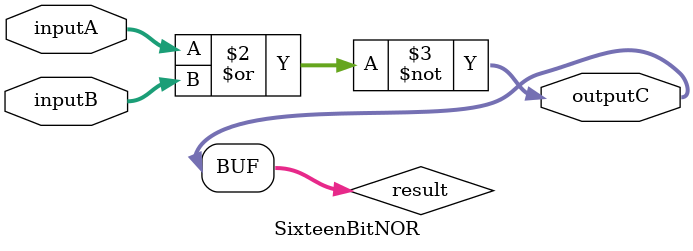
<source format=v>

module SixteenBitNOR(inputA,inputB,outputC);
parameter k=16;
input  [k-1:0] inputA;
input  [k-1:0] inputB;
output [k-1:0] outputC;
wire   [k-1:0] inputA;
wire   [k-1:0] inputB;
reg    [k-1:0] outputC;

reg    [k-1:0] result;

always@(*)
begin
	result=~(inputA|inputB);
	outputC=result;
end
 
endmodule


</source>
